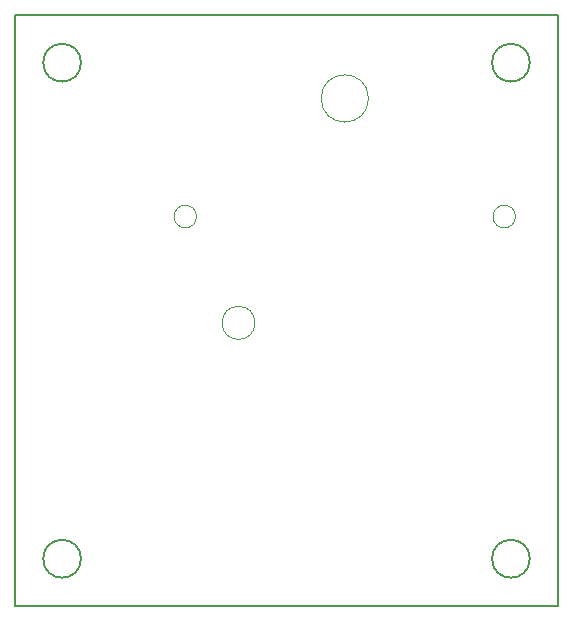
<source format=gbr>
%TF.GenerationSoftware,KiCad,Pcbnew,7.0.9*%
%TF.CreationDate,2024-02-19T15:29:43-08:00*%
%TF.ProjectId,display_rasp,64697370-6c61-4795-9f72-6173702e6b69,rev?*%
%TF.SameCoordinates,Original*%
%TF.FileFunction,Profile,NP*%
%FSLAX46Y46*%
G04 Gerber Fmt 4.6, Leading zero omitted, Abs format (unit mm)*
G04 Created by KiCad (PCBNEW 7.0.9) date 2024-02-19 15:29:43*
%MOMM*%
%LPD*%
G01*
G04 APERTURE LIST*
%TA.AperFunction,Profile*%
%ADD10C,0.200000*%
%TD*%
%TA.AperFunction,Profile*%
%ADD11C,0.050000*%
%TD*%
G04 APERTURE END LIST*
D10*
X116600000Y-126000000D02*
G75*
G03*
X116600000Y-126000000I-1600000J0D01*
G01*
X116600000Y-84000000D02*
G75*
G03*
X116600000Y-84000000I-1600000J0D01*
G01*
X154600000Y-126000000D02*
G75*
G03*
X154600000Y-126000000I-1600000J0D01*
G01*
X111000000Y-80000000D02*
X157000000Y-80000000D01*
X157000000Y-130000000D01*
X111000000Y-130000000D01*
X111000000Y-80000000D01*
X154600000Y-84000000D02*
G75*
G03*
X154600000Y-84000000I-1600000J0D01*
G01*
D11*
%TO.C,M1*%
X126388000Y-97028000D02*
G75*
G03*
X126388000Y-97028000I-950000J0D01*
G01*
X131338000Y-106028000D02*
G75*
G03*
X131338000Y-106028000I-1400000J0D01*
G01*
X140938000Y-87028000D02*
G75*
G03*
X140938000Y-87028000I-2000000J0D01*
G01*
X153388000Y-97028000D02*
G75*
G03*
X153388000Y-97028000I-950000J0D01*
G01*
%TD*%
M02*

</source>
